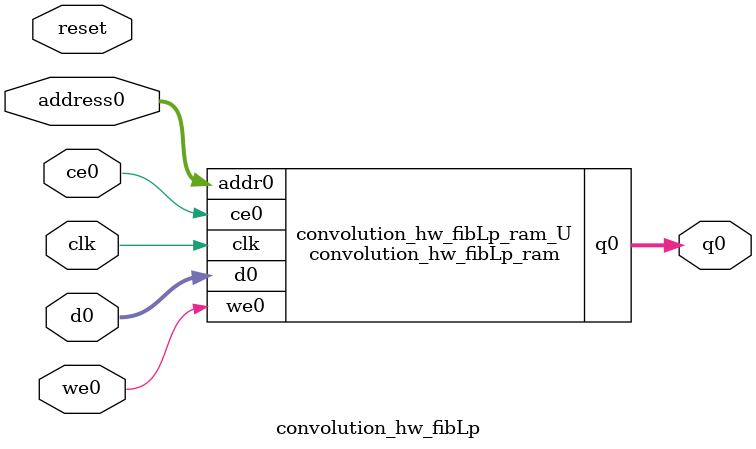
<source format=v>
`timescale 1 ns / 1 ps
module convolution_hw_fibLp_ram (addr0, ce0, d0, we0, q0,  clk);

parameter DWIDTH = 32;
parameter AWIDTH = 4;
parameter MEM_SIZE = 16;

input[AWIDTH-1:0] addr0;
input ce0;
input[DWIDTH-1:0] d0;
input we0;
output reg[DWIDTH-1:0] q0;
input clk;

(* ram_style = "distributed" *)reg [DWIDTH-1:0] ram[0:MEM_SIZE-1];




always @(posedge clk)  
begin 
    if (ce0) begin
        if (we0) 
            ram[addr0] <= d0; 
        q0 <= ram[addr0];
    end
end


endmodule

`timescale 1 ns / 1 ps
module convolution_hw_fibLp(
    reset,
    clk,
    address0,
    ce0,
    we0,
    d0,
    q0);

parameter DataWidth = 32'd32;
parameter AddressRange = 32'd16;
parameter AddressWidth = 32'd4;
input reset;
input clk;
input[AddressWidth - 1:0] address0;
input ce0;
input we0;
input[DataWidth - 1:0] d0;
output[DataWidth - 1:0] q0;



convolution_hw_fibLp_ram convolution_hw_fibLp_ram_U(
    .clk( clk ),
    .addr0( address0 ),
    .ce0( ce0 ),
    .we0( we0 ),
    .d0( d0 ),
    .q0( q0 ));

endmodule


</source>
